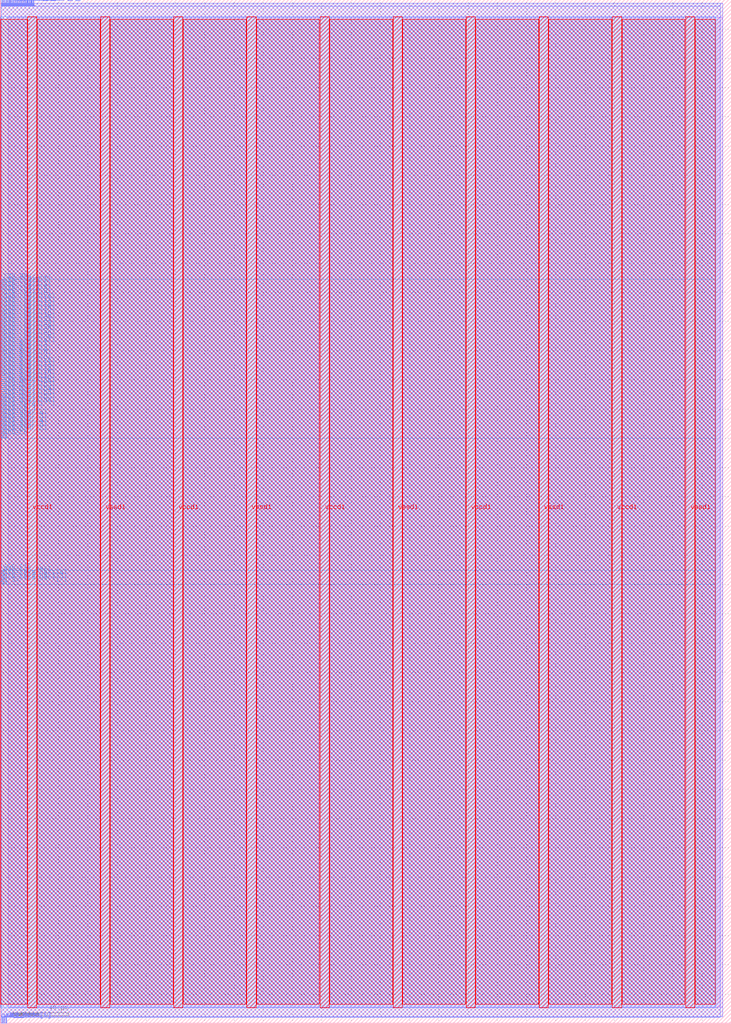
<source format=lef>
VERSION 5.7 ;
  NOWIREEXTENSIONATPIN ON ;
  DIVIDERCHAR "/" ;
  BUSBITCHARS "[]" ;
MACRO uart_i2c_usb_spi_top
  CLASS BLOCK ;
  FOREIGN uart_i2c_usb_spi_top ;
  ORIGIN 0.000 0.000 ;
  SIZE 500.000 BY 700.000 ;
  PIN app_clk
    DIRECTION INPUT ;
    USE SIGNAL ;
    PORT
      LAYER met3 ;
        RECT 0.000 308.760 4.000 309.360 ;
    END
  END app_clk
  PIN cfg_cska_uart[0]
    DIRECTION INPUT ;
    USE SIGNAL ;
    PORT
      LAYER met3 ;
        RECT 0.000 304.680 4.000 305.280 ;
    END
  END cfg_cska_uart[0]
  PIN cfg_cska_uart[1]
    DIRECTION INPUT ;
    USE SIGNAL ;
    PORT
      LAYER met3 ;
        RECT 0.000 303.320 4.000 303.920 ;
    END
  END cfg_cska_uart[1]
  PIN cfg_cska_uart[2]
    DIRECTION INPUT ;
    USE SIGNAL ;
    PORT
      LAYER met3 ;
        RECT 0.000 301.960 4.000 302.560 ;
    END
  END cfg_cska_uart[2]
  PIN cfg_cska_uart[3]
    DIRECTION INPUT ;
    USE SIGNAL ;
    PORT
      LAYER met3 ;
        RECT 0.000 300.600 4.000 301.200 ;
    END
  END cfg_cska_uart[3]
  PIN i2c_rstn
    DIRECTION INPUT ;
    USE SIGNAL ;
    PORT
      LAYER met2 ;
        RECT 3.310 0.000 3.590 4.000 ;
    END
  END i2c_rstn
  PIN i2cm_intr_o
    DIRECTION OUTPUT TRISTATE ;
    USE SIGNAL ;
    PORT
      LAYER met2 ;
        RECT 14.350 696.000 14.630 700.000 ;
    END
  END i2cm_intr_o
  PIN reg_ack
    DIRECTION OUTPUT TRISTATE ;
    USE SIGNAL ;
    PORT
      LAYER met3 ;
        RECT 0.000 508.000 4.000 508.600 ;
    END
  END reg_ack
  PIN reg_addr[0]
    DIRECTION INPUT ;
    USE SIGNAL ;
    PORT
      LAYER met3 ;
        RECT 0.000 414.160 4.000 414.760 ;
    END
  END reg_addr[0]
  PIN reg_addr[1]
    DIRECTION INPUT ;
    USE SIGNAL ;
    PORT
      LAYER met3 ;
        RECT 0.000 412.800 4.000 413.400 ;
    END
  END reg_addr[1]
  PIN reg_addr[2]
    DIRECTION INPUT ;
    USE SIGNAL ;
    PORT
      LAYER met3 ;
        RECT 0.000 411.440 4.000 412.040 ;
    END
  END reg_addr[2]
  PIN reg_addr[3]
    DIRECTION INPUT ;
    USE SIGNAL ;
    PORT
      LAYER met3 ;
        RECT 0.000 410.080 4.000 410.680 ;
    END
  END reg_addr[3]
  PIN reg_addr[4]
    DIRECTION INPUT ;
    USE SIGNAL ;
    PORT
      LAYER met3 ;
        RECT 0.000 408.720 4.000 409.320 ;
    END
  END reg_addr[4]
  PIN reg_addr[5]
    DIRECTION INPUT ;
    USE SIGNAL ;
    PORT
      LAYER met3 ;
        RECT 0.000 407.360 4.000 407.960 ;
    END
  END reg_addr[5]
  PIN reg_addr[6]
    DIRECTION INPUT ;
    USE SIGNAL ;
    PORT
      LAYER met3 ;
        RECT 0.000 406.000 4.000 406.600 ;
    END
  END reg_addr[6]
  PIN reg_addr[7]
    DIRECTION INPUT ;
    USE SIGNAL ;
    PORT
      LAYER met3 ;
        RECT 0.000 404.640 4.000 405.240 ;
    END
  END reg_addr[7]
  PIN reg_addr[8]
    DIRECTION INPUT ;
    USE SIGNAL ;
    PORT
      LAYER met3 ;
        RECT 0.000 403.280 4.000 403.880 ;
    END
  END reg_addr[8]
  PIN reg_be[0]
    DIRECTION INPUT ;
    USE SIGNAL ;
    PORT
      LAYER met3 ;
        RECT 0.000 419.600 4.000 420.200 ;
    END
  END reg_be[0]
  PIN reg_be[1]
    DIRECTION INPUT ;
    USE SIGNAL ;
    PORT
      LAYER met3 ;
        RECT 0.000 418.240 4.000 418.840 ;
    END
  END reg_be[1]
  PIN reg_be[2]
    DIRECTION INPUT ;
    USE SIGNAL ;
    PORT
      LAYER met3 ;
        RECT 0.000 416.880 4.000 417.480 ;
    END
  END reg_be[2]
  PIN reg_be[3]
    DIRECTION INPUT ;
    USE SIGNAL ;
    PORT
      LAYER met3 ;
        RECT 0.000 415.520 4.000 416.120 ;
    END
  END reg_be[3]
  PIN reg_cs
    DIRECTION INPUT ;
    USE SIGNAL ;
    PORT
      LAYER met3 ;
        RECT 0.000 400.560 4.000 401.160 ;
    END
  END reg_cs
  PIN reg_rdata[0]
    DIRECTION OUTPUT TRISTATE ;
    USE SIGNAL ;
    PORT
      LAYER met3 ;
        RECT 0.000 506.640 4.000 507.240 ;
    END
  END reg_rdata[0]
  PIN reg_rdata[10]
    DIRECTION OUTPUT TRISTATE ;
    USE SIGNAL ;
    PORT
      LAYER met3 ;
        RECT 0.000 493.040 4.000 493.640 ;
    END
  END reg_rdata[10]
  PIN reg_rdata[11]
    DIRECTION OUTPUT TRISTATE ;
    USE SIGNAL ;
    PORT
      LAYER met3 ;
        RECT 0.000 491.680 4.000 492.280 ;
    END
  END reg_rdata[11]
  PIN reg_rdata[12]
    DIRECTION OUTPUT TRISTATE ;
    USE SIGNAL ;
    PORT
      LAYER met3 ;
        RECT 0.000 490.320 4.000 490.920 ;
    END
  END reg_rdata[12]
  PIN reg_rdata[13]
    DIRECTION OUTPUT TRISTATE ;
    USE SIGNAL ;
    PORT
      LAYER met3 ;
        RECT 0.000 488.960 4.000 489.560 ;
    END
  END reg_rdata[13]
  PIN reg_rdata[14]
    DIRECTION OUTPUT TRISTATE ;
    USE SIGNAL ;
    PORT
      LAYER met3 ;
        RECT 0.000 487.600 4.000 488.200 ;
    END
  END reg_rdata[14]
  PIN reg_rdata[15]
    DIRECTION OUTPUT TRISTATE ;
    USE SIGNAL ;
    PORT
      LAYER met3 ;
        RECT 0.000 486.240 4.000 486.840 ;
    END
  END reg_rdata[15]
  PIN reg_rdata[16]
    DIRECTION OUTPUT TRISTATE ;
    USE SIGNAL ;
    PORT
      LAYER met3 ;
        RECT 0.000 484.880 4.000 485.480 ;
    END
  END reg_rdata[16]
  PIN reg_rdata[17]
    DIRECTION OUTPUT TRISTATE ;
    USE SIGNAL ;
    PORT
      LAYER met3 ;
        RECT 0.000 483.520 4.000 484.120 ;
    END
  END reg_rdata[17]
  PIN reg_rdata[18]
    DIRECTION OUTPUT TRISTATE ;
    USE SIGNAL ;
    PORT
      LAYER met3 ;
        RECT 0.000 482.160 4.000 482.760 ;
    END
  END reg_rdata[18]
  PIN reg_rdata[19]
    DIRECTION OUTPUT TRISTATE ;
    USE SIGNAL ;
    PORT
      LAYER met3 ;
        RECT 0.000 480.800 4.000 481.400 ;
    END
  END reg_rdata[19]
  PIN reg_rdata[1]
    DIRECTION OUTPUT TRISTATE ;
    USE SIGNAL ;
    PORT
      LAYER met3 ;
        RECT 0.000 505.280 4.000 505.880 ;
    END
  END reg_rdata[1]
  PIN reg_rdata[20]
    DIRECTION OUTPUT TRISTATE ;
    USE SIGNAL ;
    PORT
      LAYER met3 ;
        RECT 0.000 479.440 4.000 480.040 ;
    END
  END reg_rdata[20]
  PIN reg_rdata[21]
    DIRECTION OUTPUT TRISTATE ;
    USE SIGNAL ;
    PORT
      LAYER met3 ;
        RECT 0.000 478.080 4.000 478.680 ;
    END
  END reg_rdata[21]
  PIN reg_rdata[22]
    DIRECTION OUTPUT TRISTATE ;
    USE SIGNAL ;
    PORT
      LAYER met3 ;
        RECT 0.000 476.720 4.000 477.320 ;
    END
  END reg_rdata[22]
  PIN reg_rdata[23]
    DIRECTION OUTPUT TRISTATE ;
    USE SIGNAL ;
    PORT
      LAYER met3 ;
        RECT 0.000 475.360 4.000 475.960 ;
    END
  END reg_rdata[23]
  PIN reg_rdata[24]
    DIRECTION OUTPUT TRISTATE ;
    USE SIGNAL ;
    PORT
      LAYER met3 ;
        RECT 0.000 474.000 4.000 474.600 ;
    END
  END reg_rdata[24]
  PIN reg_rdata[25]
    DIRECTION OUTPUT TRISTATE ;
    USE SIGNAL ;
    PORT
      LAYER met3 ;
        RECT 0.000 472.640 4.000 473.240 ;
    END
  END reg_rdata[25]
  PIN reg_rdata[26]
    DIRECTION OUTPUT TRISTATE ;
    USE SIGNAL ;
    PORT
      LAYER met3 ;
        RECT 0.000 471.280 4.000 471.880 ;
    END
  END reg_rdata[26]
  PIN reg_rdata[27]
    DIRECTION OUTPUT TRISTATE ;
    USE SIGNAL ;
    PORT
      LAYER met3 ;
        RECT 0.000 469.920 4.000 470.520 ;
    END
  END reg_rdata[27]
  PIN reg_rdata[28]
    DIRECTION OUTPUT TRISTATE ;
    USE SIGNAL ;
    PORT
      LAYER met3 ;
        RECT 0.000 468.560 4.000 469.160 ;
    END
  END reg_rdata[28]
  PIN reg_rdata[29]
    DIRECTION OUTPUT TRISTATE ;
    USE SIGNAL ;
    PORT
      LAYER met3 ;
        RECT 0.000 467.200 4.000 467.800 ;
    END
  END reg_rdata[29]
  PIN reg_rdata[2]
    DIRECTION OUTPUT TRISTATE ;
    USE SIGNAL ;
    PORT
      LAYER met3 ;
        RECT 0.000 503.920 4.000 504.520 ;
    END
  END reg_rdata[2]
  PIN reg_rdata[30]
    DIRECTION OUTPUT TRISTATE ;
    USE SIGNAL ;
    PORT
      LAYER met3 ;
        RECT 0.000 465.840 4.000 466.440 ;
    END
  END reg_rdata[30]
  PIN reg_rdata[31]
    DIRECTION OUTPUT TRISTATE ;
    USE SIGNAL ;
    PORT
      LAYER met3 ;
        RECT 0.000 464.480 4.000 465.080 ;
    END
  END reg_rdata[31]
  PIN reg_rdata[3]
    DIRECTION OUTPUT TRISTATE ;
    USE SIGNAL ;
    PORT
      LAYER met3 ;
        RECT 0.000 502.560 4.000 503.160 ;
    END
  END reg_rdata[3]
  PIN reg_rdata[4]
    DIRECTION OUTPUT TRISTATE ;
    USE SIGNAL ;
    PORT
      LAYER met3 ;
        RECT 0.000 501.200 4.000 501.800 ;
    END
  END reg_rdata[4]
  PIN reg_rdata[5]
    DIRECTION OUTPUT TRISTATE ;
    USE SIGNAL ;
    PORT
      LAYER met3 ;
        RECT 0.000 499.840 4.000 500.440 ;
    END
  END reg_rdata[5]
  PIN reg_rdata[6]
    DIRECTION OUTPUT TRISTATE ;
    USE SIGNAL ;
    PORT
      LAYER met3 ;
        RECT 0.000 498.480 4.000 499.080 ;
    END
  END reg_rdata[6]
  PIN reg_rdata[7]
    DIRECTION OUTPUT TRISTATE ;
    USE SIGNAL ;
    PORT
      LAYER met3 ;
        RECT 0.000 497.120 4.000 497.720 ;
    END
  END reg_rdata[7]
  PIN reg_rdata[8]
    DIRECTION OUTPUT TRISTATE ;
    USE SIGNAL ;
    PORT
      LAYER met3 ;
        RECT 0.000 495.760 4.000 496.360 ;
    END
  END reg_rdata[8]
  PIN reg_rdata[9]
    DIRECTION OUTPUT TRISTATE ;
    USE SIGNAL ;
    PORT
      LAYER met3 ;
        RECT 0.000 494.400 4.000 495.000 ;
    END
  END reg_rdata[9]
  PIN reg_wdata[0]
    DIRECTION INPUT ;
    USE SIGNAL ;
    PORT
      LAYER met3 ;
        RECT 0.000 463.120 4.000 463.720 ;
    END
  END reg_wdata[0]
  PIN reg_wdata[10]
    DIRECTION INPUT ;
    USE SIGNAL ;
    PORT
      LAYER met3 ;
        RECT 0.000 449.520 4.000 450.120 ;
    END
  END reg_wdata[10]
  PIN reg_wdata[11]
    DIRECTION INPUT ;
    USE SIGNAL ;
    PORT
      LAYER met3 ;
        RECT 0.000 448.160 4.000 448.760 ;
    END
  END reg_wdata[11]
  PIN reg_wdata[12]
    DIRECTION INPUT ;
    USE SIGNAL ;
    PORT
      LAYER met3 ;
        RECT 0.000 446.800 4.000 447.400 ;
    END
  END reg_wdata[12]
  PIN reg_wdata[13]
    DIRECTION INPUT ;
    USE SIGNAL ;
    PORT
      LAYER met3 ;
        RECT 0.000 445.440 4.000 446.040 ;
    END
  END reg_wdata[13]
  PIN reg_wdata[14]
    DIRECTION INPUT ;
    USE SIGNAL ;
    PORT
      LAYER met3 ;
        RECT 0.000 444.080 4.000 444.680 ;
    END
  END reg_wdata[14]
  PIN reg_wdata[15]
    DIRECTION INPUT ;
    USE SIGNAL ;
    PORT
      LAYER met3 ;
        RECT 0.000 442.720 4.000 443.320 ;
    END
  END reg_wdata[15]
  PIN reg_wdata[16]
    DIRECTION INPUT ;
    USE SIGNAL ;
    PORT
      LAYER met3 ;
        RECT 0.000 441.360 4.000 441.960 ;
    END
  END reg_wdata[16]
  PIN reg_wdata[17]
    DIRECTION INPUT ;
    USE SIGNAL ;
    PORT
      LAYER met3 ;
        RECT 0.000 440.000 4.000 440.600 ;
    END
  END reg_wdata[17]
  PIN reg_wdata[18]
    DIRECTION INPUT ;
    USE SIGNAL ;
    PORT
      LAYER met3 ;
        RECT 0.000 438.640 4.000 439.240 ;
    END
  END reg_wdata[18]
  PIN reg_wdata[19]
    DIRECTION INPUT ;
    USE SIGNAL ;
    PORT
      LAYER met3 ;
        RECT 0.000 437.280 4.000 437.880 ;
    END
  END reg_wdata[19]
  PIN reg_wdata[1]
    DIRECTION INPUT ;
    USE SIGNAL ;
    PORT
      LAYER met3 ;
        RECT 0.000 461.760 4.000 462.360 ;
    END
  END reg_wdata[1]
  PIN reg_wdata[20]
    DIRECTION INPUT ;
    USE SIGNAL ;
    PORT
      LAYER met3 ;
        RECT 0.000 435.920 4.000 436.520 ;
    END
  END reg_wdata[20]
  PIN reg_wdata[21]
    DIRECTION INPUT ;
    USE SIGNAL ;
    PORT
      LAYER met3 ;
        RECT 0.000 434.560 4.000 435.160 ;
    END
  END reg_wdata[21]
  PIN reg_wdata[22]
    DIRECTION INPUT ;
    USE SIGNAL ;
    PORT
      LAYER met3 ;
        RECT 0.000 433.200 4.000 433.800 ;
    END
  END reg_wdata[22]
  PIN reg_wdata[23]
    DIRECTION INPUT ;
    USE SIGNAL ;
    PORT
      LAYER met3 ;
        RECT 0.000 431.840 4.000 432.440 ;
    END
  END reg_wdata[23]
  PIN reg_wdata[24]
    DIRECTION INPUT ;
    USE SIGNAL ;
    PORT
      LAYER met3 ;
        RECT 0.000 430.480 4.000 431.080 ;
    END
  END reg_wdata[24]
  PIN reg_wdata[25]
    DIRECTION INPUT ;
    USE SIGNAL ;
    PORT
      LAYER met3 ;
        RECT 0.000 429.120 4.000 429.720 ;
    END
  END reg_wdata[25]
  PIN reg_wdata[26]
    DIRECTION INPUT ;
    USE SIGNAL ;
    PORT
      LAYER met3 ;
        RECT 0.000 427.760 4.000 428.360 ;
    END
  END reg_wdata[26]
  PIN reg_wdata[27]
    DIRECTION INPUT ;
    USE SIGNAL ;
    PORT
      LAYER met3 ;
        RECT 0.000 426.400 4.000 427.000 ;
    END
  END reg_wdata[27]
  PIN reg_wdata[28]
    DIRECTION INPUT ;
    USE SIGNAL ;
    PORT
      LAYER met3 ;
        RECT 0.000 425.040 4.000 425.640 ;
    END
  END reg_wdata[28]
  PIN reg_wdata[29]
    DIRECTION INPUT ;
    USE SIGNAL ;
    PORT
      LAYER met3 ;
        RECT 0.000 423.680 4.000 424.280 ;
    END
  END reg_wdata[29]
  PIN reg_wdata[2]
    DIRECTION INPUT ;
    USE SIGNAL ;
    PORT
      LAYER met3 ;
        RECT 0.000 460.400 4.000 461.000 ;
    END
  END reg_wdata[2]
  PIN reg_wdata[30]
    DIRECTION INPUT ;
    USE SIGNAL ;
    PORT
      LAYER met3 ;
        RECT 0.000 422.320 4.000 422.920 ;
    END
  END reg_wdata[30]
  PIN reg_wdata[31]
    DIRECTION INPUT ;
    USE SIGNAL ;
    PORT
      LAYER met3 ;
        RECT 0.000 420.960 4.000 421.560 ;
    END
  END reg_wdata[31]
  PIN reg_wdata[3]
    DIRECTION INPUT ;
    USE SIGNAL ;
    PORT
      LAYER met3 ;
        RECT 0.000 459.040 4.000 459.640 ;
    END
  END reg_wdata[3]
  PIN reg_wdata[4]
    DIRECTION INPUT ;
    USE SIGNAL ;
    PORT
      LAYER met3 ;
        RECT 0.000 457.680 4.000 458.280 ;
    END
  END reg_wdata[4]
  PIN reg_wdata[5]
    DIRECTION INPUT ;
    USE SIGNAL ;
    PORT
      LAYER met3 ;
        RECT 0.000 456.320 4.000 456.920 ;
    END
  END reg_wdata[5]
  PIN reg_wdata[6]
    DIRECTION INPUT ;
    USE SIGNAL ;
    PORT
      LAYER met3 ;
        RECT 0.000 454.960 4.000 455.560 ;
    END
  END reg_wdata[6]
  PIN reg_wdata[7]
    DIRECTION INPUT ;
    USE SIGNAL ;
    PORT
      LAYER met3 ;
        RECT 0.000 453.600 4.000 454.200 ;
    END
  END reg_wdata[7]
  PIN reg_wdata[8]
    DIRECTION INPUT ;
    USE SIGNAL ;
    PORT
      LAYER met3 ;
        RECT 0.000 452.240 4.000 452.840 ;
    END
  END reg_wdata[8]
  PIN reg_wdata[9]
    DIRECTION INPUT ;
    USE SIGNAL ;
    PORT
      LAYER met3 ;
        RECT 0.000 450.880 4.000 451.480 ;
    END
  END reg_wdata[9]
  PIN reg_wr
    DIRECTION INPUT ;
    USE SIGNAL ;
    PORT
      LAYER met3 ;
        RECT 0.000 401.920 4.000 402.520 ;
    END
  END reg_wr
  PIN scl_pad_i
    DIRECTION INPUT ;
    USE SIGNAL ;
    PORT
      LAYER met2 ;
        RECT 0.550 696.000 0.830 700.000 ;
    END
  END scl_pad_i
  PIN scl_pad_o
    DIRECTION OUTPUT TRISTATE ;
    USE SIGNAL ;
    PORT
      LAYER met2 ;
        RECT 1.470 696.000 1.750 700.000 ;
    END
  END scl_pad_o
  PIN scl_pad_oen_o
    DIRECTION OUTPUT TRISTATE ;
    USE SIGNAL ;
    PORT
      LAYER met2 ;
        RECT 2.390 696.000 2.670 700.000 ;
    END
  END scl_pad_oen_o
  PIN sda_pad_i
    DIRECTION INPUT ;
    USE SIGNAL ;
    PORT
      LAYER met2 ;
        RECT 3.310 696.000 3.590 700.000 ;
    END
  END sda_pad_i
  PIN sda_pad_o
    DIRECTION OUTPUT TRISTATE ;
    USE SIGNAL ;
    PORT
      LAYER met2 ;
        RECT 4.230 696.000 4.510 700.000 ;
    END
  END sda_pad_o
  PIN sda_padoen_o
    DIRECTION OUTPUT TRISTATE ;
    USE SIGNAL ;
    PORT
      LAYER met2 ;
        RECT 5.150 696.000 5.430 700.000 ;
    END
  END sda_padoen_o
  PIN spi_rstn
    DIRECTION INPUT ;
    USE SIGNAL ;
    PORT
      LAYER met2 ;
        RECT 16.190 696.000 16.470 700.000 ;
    END
  END spi_rstn
  PIN sspim_sck
    DIRECTION OUTPUT TRISTATE ;
    USE SIGNAL ;
    PORT
      LAYER met2 ;
        RECT 17.110 696.000 17.390 700.000 ;
    END
  END sspim_sck
  PIN sspim_si
    DIRECTION INPUT ;
    USE SIGNAL ;
    PORT
      LAYER met2 ;
        RECT 18.030 696.000 18.310 700.000 ;
    END
  END sspim_si
  PIN sspim_so
    DIRECTION OUTPUT TRISTATE ;
    USE SIGNAL ;
    PORT
      LAYER met2 ;
        RECT 18.950 696.000 19.230 700.000 ;
    END
  END sspim_so
  PIN sspim_ssn[0]
    DIRECTION OUTPUT TRISTATE ;
    USE SIGNAL ;
    PORT
      LAYER met2 ;
        RECT 22.630 696.000 22.910 700.000 ;
    END
  END sspim_ssn[0]
  PIN sspim_ssn[1]
    DIRECTION OUTPUT TRISTATE ;
    USE SIGNAL ;
    PORT
      LAYER met2 ;
        RECT 21.710 696.000 21.990 700.000 ;
    END
  END sspim_ssn[1]
  PIN sspim_ssn[2]
    DIRECTION OUTPUT TRISTATE ;
    USE SIGNAL ;
    PORT
      LAYER met2 ;
        RECT 20.790 696.000 21.070 700.000 ;
    END
  END sspim_ssn[2]
  PIN sspim_ssn[3]
    DIRECTION OUTPUT TRISTATE ;
    USE SIGNAL ;
    PORT
      LAYER met2 ;
        RECT 19.870 696.000 20.150 700.000 ;
    END
  END sspim_ssn[3]
  PIN uart_rstn[0]
    DIRECTION INPUT ;
    USE SIGNAL ;
    PORT
      LAYER met2 ;
        RECT 2.390 0.000 2.670 4.000 ;
    END
  END uart_rstn[0]
  PIN uart_rstn[1]
    DIRECTION INPUT ;
    USE SIGNAL ;
    PORT
      LAYER met2 ;
        RECT 1.470 0.000 1.750 4.000 ;
    END
  END uart_rstn[1]
  PIN uart_rxd[0]
    DIRECTION INPUT ;
    USE SIGNAL ;
    PORT
      LAYER met2 ;
        RECT 6.070 696.000 6.350 700.000 ;
    END
  END uart_rxd[0]
  PIN uart_rxd[1]
    DIRECTION INPUT ;
    USE SIGNAL ;
    PORT
      LAYER met2 ;
        RECT 7.910 696.000 8.190 700.000 ;
    END
  END uart_rxd[1]
  PIN uart_txd[0]
    DIRECTION OUTPUT TRISTATE ;
    USE SIGNAL ;
    PORT
      LAYER met2 ;
        RECT 6.990 696.000 7.270 700.000 ;
    END
  END uart_txd[0]
  PIN uart_txd[1]
    DIRECTION OUTPUT TRISTATE ;
    USE SIGNAL ;
    PORT
      LAYER met2 ;
        RECT 8.830 696.000 9.110 700.000 ;
    END
  END uart_txd[1]
  PIN usb_clk
    DIRECTION INPUT ;
    USE SIGNAL ;
    PORT
      LAYER met2 ;
        RECT 0.550 0.000 0.830 4.000 ;
    END
  END usb_clk
  PIN usb_in_dn
    DIRECTION INPUT ;
    USE SIGNAL ;
    PORT
      LAYER met2 ;
        RECT 10.670 696.000 10.950 700.000 ;
    END
  END usb_in_dn
  PIN usb_in_dp
    DIRECTION INPUT ;
    USE SIGNAL ;
    PORT
      LAYER met2 ;
        RECT 9.750 696.000 10.030 700.000 ;
    END
  END usb_in_dp
  PIN usb_intr_o
    DIRECTION OUTPUT TRISTATE ;
    USE SIGNAL ;
    PORT
      LAYER met2 ;
        RECT 15.270 696.000 15.550 700.000 ;
    END
  END usb_intr_o
  PIN usb_out_dn
    DIRECTION OUTPUT TRISTATE ;
    USE SIGNAL ;
    PORT
      LAYER met2 ;
        RECT 12.510 696.000 12.790 700.000 ;
    END
  END usb_out_dn
  PIN usb_out_dp
    DIRECTION OUTPUT TRISTATE ;
    USE SIGNAL ;
    PORT
      LAYER met2 ;
        RECT 11.590 696.000 11.870 700.000 ;
    END
  END usb_out_dp
  PIN usb_out_tx_oen
    DIRECTION OUTPUT TRISTATE ;
    USE SIGNAL ;
    PORT
      LAYER met2 ;
        RECT 13.430 696.000 13.710 700.000 ;
    END
  END usb_out_tx_oen
  PIN usb_rstn
    DIRECTION INPUT ;
    USE SIGNAL ;
    PORT
      LAYER met2 ;
        RECT 4.230 0.000 4.510 4.000 ;
    END
  END usb_rstn
  PIN vccd1
    DIRECTION INOUT ;
    USE POWER ;
    PORT
      LAYER met4 ;
        RECT 18.740 10.640 24.940 688.400 ;
    END
    PORT
      LAYER met4 ;
        RECT 118.740 10.640 124.940 688.400 ;
    END
    PORT
      LAYER met4 ;
        RECT 218.740 10.640 224.940 688.400 ;
    END
    PORT
      LAYER met4 ;
        RECT 318.740 10.640 324.940 688.400 ;
    END
    PORT
      LAYER met4 ;
        RECT 418.740 10.640 424.940 688.400 ;
    END
  END vccd1
  PIN vssd1
    DIRECTION INOUT ;
    USE GROUND ;
    PORT
      LAYER met4 ;
        RECT 68.740 10.640 74.940 688.400 ;
    END
    PORT
      LAYER met4 ;
        RECT 168.740 10.640 174.940 688.400 ;
    END
    PORT
      LAYER met4 ;
        RECT 268.740 10.640 274.940 688.400 ;
    END
    PORT
      LAYER met4 ;
        RECT 368.740 10.640 374.940 688.400 ;
    END
    PORT
      LAYER met4 ;
        RECT 468.740 10.640 474.940 688.400 ;
    END
  END vssd1
  PIN wbd_clk_int
    DIRECTION INPUT ;
    USE SIGNAL ;
    PORT
      LAYER met3 ;
        RECT 0.000 306.040 4.000 306.640 ;
    END
  END wbd_clk_int
  PIN wbd_clk_uart
    DIRECTION OUTPUT TRISTATE ;
    USE SIGNAL ;
    PORT
      LAYER met3 ;
        RECT 0.000 307.400 4.000 308.000 ;
    END
  END wbd_clk_uart
  OBS
      LAYER li1 ;
        RECT 5.520 10.795 494.040 688.245 ;
      LAYER met1 ;
        RECT 0.530 4.460 494.040 697.640 ;
      LAYER met2 ;
        RECT 1.110 695.720 1.190 697.670 ;
        RECT 2.030 695.720 2.110 697.670 ;
        RECT 2.950 695.720 3.030 697.670 ;
        RECT 3.870 695.720 3.950 697.670 ;
        RECT 4.790 695.720 4.870 697.670 ;
        RECT 5.710 695.720 5.790 697.670 ;
        RECT 6.630 695.720 6.710 697.670 ;
        RECT 7.550 695.720 7.630 697.670 ;
        RECT 8.470 695.720 8.550 697.670 ;
        RECT 9.390 695.720 9.470 697.670 ;
        RECT 10.310 695.720 10.390 697.670 ;
        RECT 11.230 695.720 11.310 697.670 ;
        RECT 12.150 695.720 12.230 697.670 ;
        RECT 13.070 695.720 13.150 697.670 ;
        RECT 13.990 695.720 14.070 697.670 ;
        RECT 14.910 695.720 14.990 697.670 ;
        RECT 15.830 695.720 15.910 697.670 ;
        RECT 16.750 695.720 16.830 697.670 ;
        RECT 17.670 695.720 17.750 697.670 ;
        RECT 18.590 695.720 18.670 697.670 ;
        RECT 19.510 695.720 19.590 697.670 ;
        RECT 20.430 695.720 20.510 697.670 ;
        RECT 21.350 695.720 21.430 697.670 ;
        RECT 22.270 695.720 22.350 697.670 ;
        RECT 23.190 695.720 492.560 697.670 ;
        RECT 0.560 4.280 492.560 695.720 ;
        RECT 1.110 4.000 1.190 4.280 ;
        RECT 2.030 4.000 2.110 4.280 ;
        RECT 2.950 4.000 3.030 4.280 ;
        RECT 3.870 4.000 3.950 4.280 ;
        RECT 4.790 4.000 492.560 4.280 ;
      LAYER met3 ;
        RECT 0.270 509.000 489.375 688.325 ;
        RECT 4.400 400.160 489.375 509.000 ;
        RECT 0.270 309.760 489.375 400.160 ;
        RECT 4.400 300.200 489.375 309.760 ;
        RECT 0.270 10.715 489.375 300.200 ;
      LAYER met4 ;
        RECT 0.295 13.095 18.340 686.625 ;
        RECT 25.340 13.095 68.340 686.625 ;
        RECT 75.340 13.095 118.340 686.625 ;
        RECT 125.340 13.095 168.340 686.625 ;
        RECT 175.340 13.095 218.340 686.625 ;
        RECT 225.340 13.095 268.340 686.625 ;
        RECT 275.340 13.095 318.340 686.625 ;
        RECT 325.340 13.095 368.340 686.625 ;
        RECT 375.340 13.095 418.340 686.625 ;
        RECT 425.340 13.095 468.340 686.625 ;
        RECT 475.340 13.095 489.145 686.625 ;
  END
END uart_i2c_usb_spi_top
END LIBRARY


</source>
